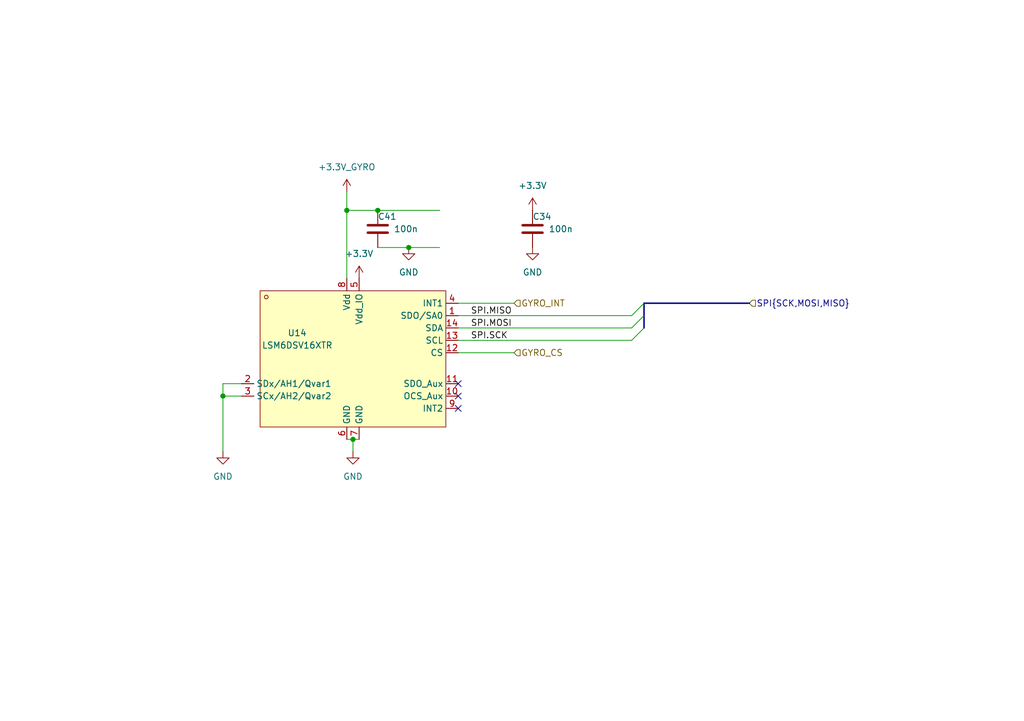
<source format=kicad_sch>
(kicad_sch (version 20250114) (generator "eeschema") (generator_version "9.0")
  (paper "A5")
  (lib_symbols
    (symbol "+3.3V_1" (power) (pin_numbers (hide yes)) (pin_names (offset 0) (hide yes))
      (property "Value" "+3.3V" (at 0 3.556 0))
      (symbol "+3.3V_1_0_1"
        (polyline (pts (xy -0.762 1.27) (xy 0 2.54)))
        (polyline (pts (xy 0 2.54) (xy 0.762 1.27)))
        (polyline (pts (xy 0 0) (xy 0 2.54)))
      )
      (symbol "+3.3V_1_1_1"
        (pin power_in line (at 0 0 90) (length 0) (name "~") (number "1"))
      )
    )
    (symbol "Device:C" (pin_numbers (hide yes)) (pin_names (offset 0.254))
      (property "Reference" "C" (at 0.635 2.54 0))
      (property "Value" "C" (at 0.635 -2.54 0))
      (symbol "C_0_1"
        (polyline (pts (xy -2.032 0.762) (xy 2.032 0.762)) (stroke (width 0.508)))
        (polyline (pts (xy -2.032 -0.762) (xy 2.032 -0.762)) (stroke (width 0.508)))
      )
      (symbol "C_1_1"
        (pin passive line (at 0 3.81 270) (length 2.794) (name "~") (number "1"))
        (pin passive line (at 0 -3.81 90) (length 2.794) (name "~") (number "2"))
      )
    )
    (symbol "lib:LSM6DSV16XTR"
      (property "Reference" "U" (at -1.27 12.7 0))
      (property "Value" "LSM6DSV16XTR" (at -16.51 -19.558 0))
      (symbol "LSM6DSV16XTR_0_1"
        (rectangle (start -19.05 10.16) (end 19.05 -17.78) (fill (type background)))
        (circle (center -17.78 8.89) (radius 0.38))
        (pin unspecified line (at -22.86 -8.89 0) (length 2.54) (name "SDx/AH1/Qvar1") (number "2"))
        (pin unspecified line (at -22.86 -11.43 0) (length 2.54) (name "SCx/AH2/Qvar2") (number "3"))
        (pin unspecified line (at -1.27 12.7 270) (length 2.54) (name "Vdd") (number "8"))
        (pin unspecified line (at -1.27 -20.32 90) (length 2.54) (name "GND") (number "6"))
        (pin unspecified line (at 1.27 12.7 270) (length 2.54) (name "Vdd_IO") (number "5"))
        (pin unspecified line (at 1.27 -20.32 90) (length 2.54) (name "GND") (number "7"))
        (pin unspecified line (at 21.59 7.62 180) (length 2.54) (name "INT1") (number "4"))
        (pin unspecified line (at 21.59 5.08 180) (length 2.54) (name "SDO/SA0") (number "1"))
        (pin unspecified line (at 21.59 2.54 180) (length 2.54) (name "SDA") (number "14"))
        (pin unspecified line (at 21.59 0 180) (length 2.54) (name "SCL") (number "13"))
        (pin unspecified line (at 21.59 -2.54 180) (length 2.54) (name "CS") (number "12"))
        (pin unspecified line (at 21.59 -8.89 180) (length 2.54) (name "SDO_Aux") (number "11"))
        (pin unspecified line (at 21.59 -11.43 180) (length 2.54) (name "OCS_Aux") (number "10"))
        (pin unspecified line (at 21.59 -13.97 180) (length 2.54) (name "INT2") (number "9"))
      )
    )
    (symbol "power:+3.3V" (power) (pin_numbers (hide yes)) (pin_names (offset 0) (hide yes))
      (property "Value" "+3.3V" (at 0 3.556 0))
      (symbol "+3.3V_0_1"
        (polyline (pts (xy -0.762 1.27) (xy 0 2.54)))
        (polyline (pts (xy 0 2.54) (xy 0.762 1.27)))
        (polyline (pts (xy 0 0) (xy 0 2.54)))
      )
      (symbol "+3.3V_1_1"
        (pin power_in line (at 0 0 90) (length 0) (name "~") (number "1"))
      )
    )
    (symbol "power:GND" (power) (pin_numbers (hide yes)) (pin_names (offset 0) (hide yes))
      (property "Value" "GND" (at 0 -3.81 0))
      (symbol "GND_0_1"
        (polyline (pts (xy 0 0) (xy 0 -1.27) (xy 1.27 -1.27) (xy 0 -2.54) (xy -1.27 -1.27) (xy 0 -1.27)))
      )
      (symbol "GND_1_1"
        (pin power_in line (at 0 0 270) (length 0) (name "~") (number "1"))
      )
    )
  )
  (junction (at 83.82 50.8))
  (junction (at 72.39 90.17))
  (junction (at 71.12 43.18))
  (junction (at 77.47 43.18))
  (junction (at 45.72 81.28))
  (no_connect (at 93.98 78.74))
  (no_connect (at 93.98 83.82))
  (no_connect (at 93.98 81.28))
  (bus_entry (at 129.54 67.31) (size 2.54 -2.54))
  (bus_entry (at 129.54 64.77) (size 2.54 -2.54))
  (bus_entry (at 129.54 69.85) (size 2.54 -2.54))
  (wire (pts (xy 93.98 72.39) (xy 105.41 72.39)))
  (wire (pts (xy 93.98 64.77) (xy 129.54 64.77)))
  (wire (pts (xy 71.12 43.18) (xy 77.47 43.18)))
  (wire (pts (xy 71.12 39.37) (xy 71.12 43.18)))
  (wire (pts (xy 77.47 43.18) (xy 90.17 43.18)))
  (wire (pts (xy 45.72 92.71) (xy 45.72 81.28)))
  (wire (pts (xy 71.12 90.17) (xy 72.39 90.17)))
  (wire (pts (xy 93.98 69.85) (xy 129.54 69.85)))
  (wire (pts (xy 83.82 50.8) (xy 90.17 50.8)))
  (wire (pts (xy 93.98 62.23) (xy 105.41 62.23)))
  (bus (pts (xy 132.08 64.77) (xy 132.08 62.23)))
  (wire (pts (xy 45.72 81.28) (xy 49.53 81.28)))
  (wire (pts (xy 72.39 90.17) (xy 72.39 92.71)))
  (bus (pts (xy 132.08 62.23) (xy 153.67 62.23)))
  (bus (pts (xy 132.08 67.31) (xy 132.08 64.77)))
  (wire (pts (xy 72.39 90.17) (xy 73.66 90.17)))
  (wire (pts (xy 93.98 67.31) (xy 129.54 67.31)))
  (wire (pts (xy 77.47 50.8) (xy 83.82 50.8)))
  (wire (pts (xy 45.72 78.74) (xy 49.53 78.74)))
  (wire (pts (xy 45.72 81.28) (xy 45.72 78.74)))
  (wire (pts (xy 71.12 43.18) (xy 71.12 57.15)))
  (label "SPI.MOSI" (at 96.52 67.31 0))
  (label "SPI.MISO" (at 96.52 64.77 0))
  (label "SPI.SCK" (at 96.52 69.85 0))
  (hierarchical_label "GYRO_CS" (shape input) (at 105.41 72.39 0))
  (hierarchical_label "SPI{SCK,MOSI,MISO}" (shape input) (at 153.67 62.23 0))
  (hierarchical_label "GYRO_INT" (shape input) (at 105.41 62.23 0))
  (symbol (lib_id "power:+3.3V") (at 71.12 39.37 0) (unit 1)
    (property "Reference" "#PWR0144" (effects (hide yes)))
    (property "Value" "+3.3V_GYRO" (at 71.12 34.29 0))
    (property "Description" "Power symbol creates a global label with name \"+3.3V\"" (effects (hide yes)))
  )
  (symbol (lib_id "Device:C") (at 77.47 46.99 0) (unit 1)
    (property "Reference" "C41" (at 77.47 44.45 0) (effects (justify left)))
    (property "Value" "100n" (at 80.772 46.99 0) (effects (justify left)))
    (property "Footprint" "Capacitor_SMD:C_0402_1005Metric" (effects (hide yes)))
    (property "LCSC" "C1525" (effects (hide yes)))
  )
  (symbol (lib_name "+3.3V_1") (lib_id "power:+3.3V") (at 109.22 43.18 0) (unit 1)
    (property "Reference" "#PWR05" (effects (hide yes)))
    (property "Value" "+3.3V" (at 109.22 38.1 0))
    (property "Description" "Power symbol creates a global label with name \"+3.3V\"" (effects (hide yes)))
  )
  (symbol (lib_id "Device:C") (at 109.22 46.99 0) (unit 1)
    (property "Reference" "C34" (at 109.22 44.45 0) (effects (justify left)))
    (property "Value" "100n" (at 112.522 46.99 0) (effects (justify left)))
    (property "Footprint" "Capacitor_SMD:C_0402_1005Metric" (effects (hide yes)))
    (property "LCSC" "C1525" (effects (hide yes)))
  )
  (symbol (lib_id "power:GND") (at 45.72 92.71 0) (unit 1)
    (property "Reference" "#PWR031" (effects (hide yes)))
    (property "Value" "GND" (at 45.72 97.79 0))
    (property "Description" "Power symbol creates a global label with name \"GND\" , ground" (effects (hide yes)))
  )
  (symbol (lib_id "power:GND") (at 109.22 50.8 0) (unit 1)
    (property "Reference" "#PWR010" (effects (hide yes)))
    (property "Value" "GND" (at 109.22 55.88 0))
    (property "Description" "Power symbol creates a global label with name \"GND\" , ground" (effects (hide yes)))
  )
  (symbol (lib_id "lib:LSM6DSV16XTR") (at 72.39 69.85 0) (unit 1)
    (property "Reference" "U14" (at 60.96 68.326 0))
    (property "Value" "LSM6DSV16XTR" (at 60.96 70.866 0))
    (property "Footprint" "lib:LGA-14_L3.0-W2.5-P0.50-BR" (effects (hide yes)))
    (property "LCSC Part" "C5267406" (effects (hide yes)))
  )
  (symbol (lib_id "power:GND") (at 83.82 50.8 0) (unit 1)
    (property "Reference" "#PWR0146" (effects (hide yes)))
    (property "Value" "GND" (at 83.82 55.88 0))
    (property "Description" "Power symbol creates a global label with name \"GND\" , ground" (effects (hide yes)))
  )
  (symbol (lib_id "power:GND") (at 72.39 92.71 0) (unit 1)
    (property "Reference" "#PWR0145" (effects (hide yes)))
    (property "Value" "GND" (at 72.39 97.79 0))
    (property "Description" "Power symbol creates a global label with name \"GND\" , ground" (effects (hide yes)))
  )
  (symbol (lib_name "+3.3V_1") (lib_id "power:+3.3V") (at 73.66 57.15 0) (unit 1)
    (property "Reference" "#PWR078" (effects (hide yes)))
    (property "Value" "+3.3V" (at 73.66 52.07 0))
    (property "Description" "Power symbol creates a global label with name \"+3.3V\"" (effects (hide yes)))
  )
)
</source>
